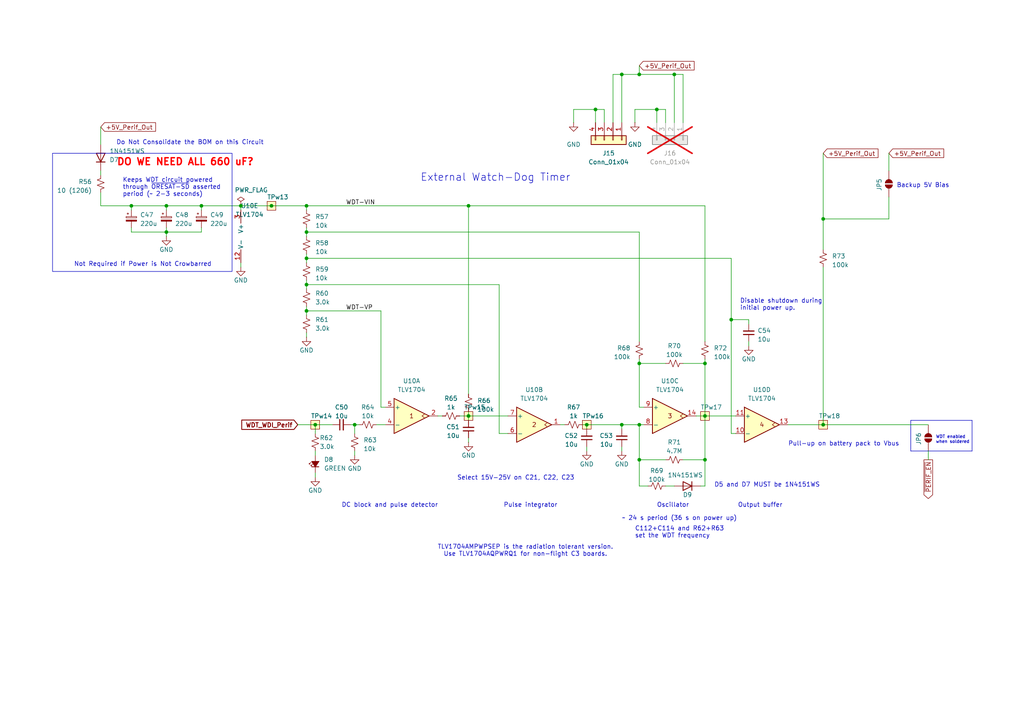
<source format=kicad_sch>
(kicad_sch (version 20250114) (generator "eeschema") (generator_version "9.0")
  (paper "A4")
  (lib_symbols
    (symbol "Connector_Generic:Conn_01x04" (pin_names (offset 1.016) (hide yes))
      (property "Reference" "J" (at 0 5.08 0))
      (property "Value" "Conn_01x04" (at 0 -7.62 0))
      (symbol "Conn_01x04_1_1"
        (rectangle (start -1.27 3.81) (end 1.27 -6.35) (stroke (width 0.254)) (fill (type background)))
        (rectangle (start -1.27 2.667) (end 0 2.413) (stroke (width 0.1524)))
        (rectangle (start -1.27 0.127) (end 0 -0.127) (stroke (width 0.1524)))
        (rectangle (start -1.27 -2.413) (end 0 -2.667) (stroke (width 0.1524)))
        (rectangle (start -1.27 -4.953) (end 0 -5.207) (stroke (width 0.1524)))
        (pin passive line (at -5.08 2.54 0) (length 3.81) (name "Pin_1") (number "1"))
        (pin passive line (at -5.08 0 0) (length 3.81) (name "Pin_2") (number "2"))
        (pin passive line (at -5.08 -2.54 0) (length 3.81) (name "Pin_3") (number "3"))
        (pin passive line (at -5.08 -5.08 0) (length 3.81) (name "Pin_4") (number "4"))
      )
    )
    (symbol "Device:C_Polarized_Small" (pin_numbers (hide yes)) (pin_names (offset 0.254) (hide yes))
      (property "Reference" "C" (at 0.254 1.778 0))
      (property "Value" "C_Polarized_Small" (at 0.254 -2.032 0))
      (symbol "C_Polarized_Small_0_1"
        (rectangle (start -1.524 0.6858) (end 1.524 0.3048))
        (rectangle (start -1.524 -0.3048) (end 1.524 -0.6858) (fill (type outline)))
        (polyline (pts (xy -1.27 1.524) (xy -0.762 1.524)))
        (polyline (pts (xy -1.016 1.27) (xy -1.016 1.778)))
      )
      (symbol "C_Polarized_Small_1_1"
        (pin passive line (at 0 2.54 270) (length 1.8542) (name "~") (number "1"))
        (pin passive line (at 0 -2.54 90) (length 1.8542) (name "~") (number "2"))
      )
    )
    (symbol "Device:C_Small" (pin_numbers (hide yes)) (pin_names (offset 0.254) (hide yes))
      (property "Reference" "C" (at 0.254 1.778 0))
      (property "Value" "C_Small" (at 0.254 -2.032 0))
      (symbol "C_Small_0_1"
        (polyline (pts (xy -1.524 0.508) (xy 1.524 0.508)) (stroke (width 0.3048)))
        (polyline (pts (xy -1.524 -0.508) (xy 1.524 -0.508)) (stroke (width 0.3302)))
      )
      (symbol "C_Small_1_1"
        (pin passive line (at 0 2.54 270) (length 2.032) (name "~") (number "1"))
        (pin passive line (at 0 -2.54 90) (length 2.032) (name "~") (number "2"))
      )
    )
    (symbol "Device:D" (pin_numbers (hide yes)) (pin_names (offset 1.016) (hide yes))
      (property "Reference" "D" (at 0 2.54 0))
      (property "Value" "D" (at 0 -2.54 0))
      (symbol "D_0_1"
        (polyline (pts (xy -1.27 1.27) (xy -1.27 -1.27)) (stroke (width 0.254)))
        (polyline (pts (xy 1.27 1.27) (xy 1.27 -1.27) (xy -1.27 0) (xy 1.27 1.27)) (stroke (width 0.254)))
        (polyline (pts (xy 1.27 0) (xy -1.27 0)))
      )
      (symbol "D_1_1"
        (pin passive line (at -3.81 0 0) (length 2.54) (name "K") (number "1"))
        (pin passive line (at 3.81 0 180) (length 2.54) (name "A") (number "2"))
      )
    )
    (symbol "Device:LED_Small_Filled" (pin_numbers (hide yes)) (pin_names (offset 0.254) (hide yes))
      (property "Reference" "D" (at -1.27 3.175 0))
      (property "Value" "LED_Small_Filled" (at -4.445 -2.54 0))
      (symbol "LED_Small_Filled_0_1"
        (polyline (pts (xy -0.762 -1.016) (xy -0.762 1.016)) (stroke (width 0.254)))
        (polyline (pts (xy 0 0.762) (xy -0.508 1.27) (xy -0.254 1.27) (xy -0.508 1.27) (xy -0.508 1.016)))
        (polyline (pts (xy 0.508 1.27) (xy 0 1.778) (xy 0.254 1.778) (xy 0 1.778) (xy 0 1.524)))
        (polyline (pts (xy 0.762 -1.016) (xy -0.762 0) (xy 0.762 1.016) (xy 0.762 -1.016)) (stroke (width 0.254)) (fill (type outline)))
        (polyline (pts (xy 1.016 0) (xy -0.762 0)))
      )
      (symbol "LED_Small_Filled_1_1"
        (pin passive line (at -2.54 0 0) (length 1.778) (name "K") (number "1"))
        (pin passive line (at 2.54 0 180) (length 1.778) (name "A") (number "2"))
      )
    )
    (symbol "Device:R_Small_US" (pin_numbers (hide yes)) (pin_names (offset 0.254) (hide yes))
      (property "Reference" "R" (at 0.762 0.508 0))
      (property "Value" "R_Small_US" (at 0.762 -1.016 0))
      (symbol "R_Small_US_1_1"
        (polyline (pts (xy 0 1.524) (xy 1.016 1.143) (xy 0 0.762) (xy -1.016 0.381) (xy 0 0)))
        (polyline (pts (xy 0 0) (xy 1.016 -0.381) (xy 0 -0.762) (xy -1.016 -1.143) (xy 0 -1.524)))
        (pin passive line (at 0 2.54 270) (length 1.016) (name "~") (number "1"))
        (pin passive line (at 0 -2.54 90) (length 1.016) (name "~") (number "2"))
      )
    )
    (symbol "Jumper:SolderJumper_2_Open" (pin_numbers (hide yes)) (pin_names (offset 0) (hide yes)) (exclude_from_sim yes) (in_bom no)
      (property "Reference" "JP" (at 0 2.032 0))
      (property "Value" "SolderJumper_2_Open" (at 0 -2.54 0))
      (symbol "SolderJumper_2_Open_0_1"
        (polyline (pts (xy -0.254 1.016) (xy -0.254 -1.016)))
        (arc (start -0.254 -1.016) (mid -1.2656 0) (end -0.254 1.016))
        (arc (start -0.254 -1.016) (mid -1.2656 0) (end -0.254 1.016) (fill (type outline)))
        (arc (start 0.254 1.016) (mid 1.2656 0) (end 0.254 -1.016))
        (arc (start 0.254 1.016) (mid 1.2656 0) (end 0.254 -1.016) (fill (type outline)))
        (polyline (pts (xy 0.254 1.016) (xy 0.254 -1.016)))
      )
      (symbol "SolderJumper_2_Open_1_1"
        (pin passive line (at -3.81 0 0) (length 2.54) (name "A") (number "1"))
        (pin passive line (at 3.81 0 180) (length 2.54) (name "B") (number "2"))
      )
    )
    (symbol "TLV1704:TLV1704AIPWR" (pin_names (offset 0.127))
      (property "Reference" "U4" (at 0 8.89 0))
      (property "Value" "TLV1704" (at 0 6.35 0))
      (symbol "TLV1704AIPWR_1_1"
        (polyline (pts (xy -5.08 5.08) (xy 5.08 0) (xy -5.08 -5.08) (xy -5.08 5.08)) (stroke (width 0.254)) (fill (type background)))
        (polyline (pts (xy 3.048 0) (xy 3.81 -0.635)))
        (polyline (pts (xy 3.81 0.635) (xy 3.048 0)))
        (text "1" (at 0 0 0) (effects (font (size 1.27 1.27))))
        (pin input line (at -7.62 2.54 0) (length 2.54) (name "+") (number "5"))
        (pin input line (at -7.62 -2.54 0) (length 2.54) (name "-") (number "4"))
        (pin open_collector line (at 7.62 0 180) (length 2.54) (name "~") (number "2"))
      )
      (symbol "TLV1704AIPWR_2_1"
        (polyline (pts (xy -5.08 5.08) (xy 5.08 0) (xy -5.08 -5.08) (xy -5.08 5.08)) (stroke (width 0.254)) (fill (type background)))
        (polyline (pts (xy 3.048 0) (xy 3.81 -0.635)))
        (polyline (pts (xy 3.81 0.635) (xy 3.048 0)))
        (text "2" (at 0 0 0) (effects (font (size 1.27 1.27))))
        (pin input line (at -7.62 2.54 0) (length 2.54) (name "+") (number "7"))
        (pin input line (at -7.62 -2.54 0) (length 2.54) (name "-") (number "6"))
        (pin open_collector line (at 7.62 0 180) (length 2.54) (name "~") (number "1"))
      )
      (symbol "TLV1704AIPWR_3_1"
        (polyline (pts (xy -5.08 5.08) (xy 5.08 0) (xy -5.08 -5.08) (xy -5.08 5.08)) (stroke (width 0.254)) (fill (type background)))
        (polyline (pts (xy 3.048 0) (xy 3.81 -0.635)))
        (polyline (pts (xy 3.81 0.635) (xy 3.048 0)))
        (text "3" (at 0 0 0) (effects (font (size 1.27 1.27))))
        (pin input line (at -7.62 2.54 0) (length 2.54) (name "+") (number "9"))
        (pin input line (at -7.62 -2.54 0) (length 2.54) (name "-") (number "8"))
        (pin open_collector line (at 7.62 0 180) (length 2.54) (name "~") (number "14"))
      )
      (symbol "TLV1704AIPWR_4_1"
        (polyline (pts (xy -5.08 5.08) (xy 5.08 0) (xy -5.08 -5.08) (xy -5.08 5.08)) (stroke (width 0.254)) (fill (type background)))
        (polyline (pts (xy 3.048 0) (xy 3.81 -0.635)))
        (polyline (pts (xy 3.81 0.635) (xy 3.048 0)))
        (text "4" (at 0 0 0) (effects (font (size 1.27 1.27))))
        (pin input line (at -7.62 2.54 0) (length 2.54) (name "+") (number "11"))
        (pin input line (at -7.62 -2.54 0) (length 2.54) (name "-") (number "10"))
        (pin open_collector line (at 7.62 0 180) (length 2.54) (name "~") (number "13"))
      )
      (symbol "TLV1704AIPWR_5_1"
        (pin power_in line (at -2.54 7.62 270) (length 3.81) (name "V+") (number "3"))
        (pin power_in line (at -2.54 -7.62 90) (length 3.81) (name "V-") (number "12"))
      )
    )
    (symbol "TestPointWD:Test-Point-0.75mm-th" (exclude_from_sim yes) (in_bom no)
      (property "Reference" "TPw" (at -1.27 2.54 0))
      (symbol "Test-Point-0.75mm-th_1_0"
        (pin passive line (at 0 0 0) (length 0) (name "1") (number "1"))
      )
      (symbol "Test-Point-0.75mm-th_1_1"
        (rectangle (start -1.27 1.27) (end 1.27 -1.27) (fill (type background)))
      )
    )
    (symbol "power:GND" (power) (pin_numbers (hide yes)) (pin_names (offset 0) (hide yes))
      (property "Value" "GND" (at 0 -3.81 0))
      (symbol "GND_0_1"
        (polyline (pts (xy 0 0) (xy 0 -1.27) (xy 1.27 -1.27) (xy 0 -2.54) (xy -1.27 -1.27) (xy 0 -1.27)))
      )
      (symbol "GND_1_1"
        (pin power_in line (at 0 0 270) (length 0) (name "~") (number "1"))
      )
    )
    (symbol "power:PWR_FLAG" (power) (pin_numbers (hide yes)) (pin_names (offset 0) (hide yes))
      (property "Value" "PWR_FLAG" (at 0 3.81 0))
      (symbol "PWR_FLAG_0_0"
        (pin power_out line (at 0 0 90) (length 0) (name "~") (number "1"))
      )
      (symbol "PWR_FLAG_0_1"
        (polyline (pts (xy 0 0) (xy 0 1.27) (xy -1.016 1.905) (xy 0 2.54) (xy 1.016 1.905) (xy 0 1.27)))
      )
    )
  )
  (rectangle (start 15.24 44.45) (end 67.31 78.74))
  (text "TLV1704AMPWPSEP is the radiation tolerant version.\nUse TLV1704AQPWRQ1 for non-flight C3 boards." (at 152.4 159.766 0) (effects (font (size 1.27 1.27))))
  (text "Keeps WDT circuit powered\nthrough ~{ORESAT-SD} asserted\nperiod (~ 2-3 seconds)" (at 35.56 57.15 0) (effects (font (size 1.27 1.27)) (justify left bottom)))
  (text "Backup 5V Bias" (at 267.716 53.848 0) (effects (font (size 1.27 1.27))))
  (text "Pull-up on battery pack to Vbus" (at 228.6 129.54 0) (effects (font (size 1.27 1.27)) (justify left bottom)))
  (text "Oscillator" (at 190.5 147.32 0) (effects (font (size 1.27 1.27)) (justify left bottom)))
  (text "External Watch-Dog Timer" (at 121.92 52.832 0) (effects (font (size 2.159 2.159)) (justify left bottom)))
  (text "Disable shutdown during\ninitial power up." (at 214.63 90.17 0) (effects (font (size 1.27 1.27)) (justify left bottom)))
  (text "Not Required if Power is Not Crowbarred " (at 41.91 76.708 0) (effects (font (size 1.27 1.27))))
  (text "Pulse integrator" (at 146.05 147.32 0) (effects (font (size 1.27 1.27)) (justify left bottom)))
  (text "C112+C114 and R62+R63 \nset the WDT frequency" (at 184.15 156.21 0) (effects (font (size 1.27 1.27)) (justify left bottom)))
  (text "DO WE NEED ALL 660 uF?" (at 33.782 48.26 0) (effects (font (size 2 2) (thickness 0.4) (bold yes)) (justify left bottom)))
  (text "~ 24 s period (36 s on power up)" (at 180.34 151.13 0) (effects (font (size 1.27 1.27)) (justify left bottom)))
  (text "D5 and D7 MUST be 1N4151WS" (at 222.504 140.716 0) (effects (font (size 1.27 1.27))))
  (text "Do Not Consolidate the BOM on this Circuit" (at 55.118 41.402 0) (effects (font (size 1.27 1.27))))
  (text "Select 15V-25V on C21, C22, C23" (at 149.606 138.684 0) (effects (font (size 1.27 1.27))))
  (text "Output buffer" (at 213.995 147.32 0) (effects (font (size 1.27 1.27)) (justify left bottom)))
  (text "WDT enabled\nwhen soldered" (at 271.399 128.778 0) (effects (font (size 0.889 0.889)) (justify left bottom)))
  (text "DC block and pulse detector" (at 99.06 147.32 0) (effects (font (size 1.27 1.27)) (justify left bottom)))
  (junction (at 238.76 63.5))
  (junction (at 102.87 123.19))
  (junction (at 180.34 21.59))
  (junction (at 204.47 120.65))
  (junction (at 88.9 74.93))
  (junction (at 204.47 105.41))
  (junction (at 88.9 90.17))
  (junction (at 204.47 133.35))
  (junction (at 185.42 105.41))
  (junction (at 185.42 133.35))
  (junction (at 58.42 59.69))
  (junction (at 180.34 123.19))
  (junction (at 172.72 31.75))
  (junction (at 135.89 59.69))
  (junction (at 48.26 59.69))
  (junction (at 195.58 21.59))
  (junction (at 38.1 59.69))
  (junction (at 185.42 123.19))
  (junction (at 88.9 59.69))
  (junction (at 91.44 123.19))
  (junction (at 69.85 59.69))
  (junction (at 78.74 59.69))
  (junction (at 170.18 123.19))
  (junction (at 212.09 92.71))
  (junction (at 48.26 67.31))
  (junction (at 190.5 31.75))
  (junction (at 185.42 21.59))
  (junction (at 135.89 120.65))
  (junction (at 88.9 67.31))
  (junction (at 238.76 123.19))
  (junction (at 88.9 82.55))
  (wire (pts (xy 58.42 66.04) (xy 58.42 67.31)))
  (wire (pts (xy 88.9 82.55) (xy 88.9 83.82)))
  (wire (pts (xy 257.81 44.45) (xy 257.81 49.53)))
  (wire (pts (xy 58.42 59.69) (xy 69.85 59.69)))
  (wire (pts (xy 88.9 90.17) (xy 88.9 91.44)))
  (wire (pts (xy 48.26 67.31) (xy 48.26 68.58)))
  (wire (pts (xy 217.17 100.33) (xy 217.17 99.06)))
  (wire (pts (xy 172.72 31.75) (xy 166.37 31.75)))
  (wire (pts (xy 180.34 123.19) (xy 185.42 123.19)))
  (wire (pts (xy 69.85 77.47) (xy 69.85 76.2)))
  (wire (pts (xy 180.34 21.59) (xy 185.42 21.59)))
  (wire (pts (xy 88.9 90.17) (xy 110.49 90.17)))
  (wire (pts (xy 135.89 120.65) (xy 147.32 120.65)))
  (wire (pts (xy 204.47 140.97) (xy 204.47 133.35)))
  (wire (pts (xy 88.9 82.55) (xy 144.78 82.55)))
  (wire (pts (xy 110.49 90.17) (xy 110.49 118.11)))
  (wire (pts (xy 162.56 123.19) (xy 163.83 123.19)))
  (wire (pts (xy 88.9 67.31) (xy 185.42 67.31)))
  (wire (pts (xy 184.15 31.75) (xy 184.15 35.56)))
  (wire (pts (xy 212.09 92.71) (xy 217.17 92.71)))
  (wire (pts (xy 48.26 67.31) (xy 58.42 67.31)))
  (wire (pts (xy 88.9 81.28) (xy 88.9 82.55)))
  (wire (pts (xy 177.8 21.59) (xy 180.34 21.59)))
  (wire (pts (xy 238.76 44.45) (xy 238.76 63.5)))
  (wire (pts (xy 190.5 35.56) (xy 190.5 31.75)))
  (wire (pts (xy 29.21 49.53) (xy 29.21 50.8)))
  (wire (pts (xy 212.09 92.71) (xy 212.09 125.73)))
  (wire (pts (xy 86.36 123.19) (xy 91.44 123.19)))
  (wire (pts (xy 204.47 104.14) (xy 204.47 105.41)))
  (wire (pts (xy 238.76 123.19) (xy 269.24 123.19)))
  (wire (pts (xy 217.17 93.98) (xy 217.17 92.71)))
  (wire (pts (xy 201.93 120.65) (xy 204.47 120.65)))
  (wire (pts (xy 38.1 59.69) (xy 48.26 59.69)))
  (wire (pts (xy 177.8 35.56) (xy 177.8 21.59)))
  (wire (pts (xy 102.87 130.81) (xy 102.87 132.08)))
  (wire (pts (xy 204.47 105.41) (xy 204.47 120.65)))
  (wire (pts (xy 133.35 120.65) (xy 135.89 120.65)))
  (wire (pts (xy 190.5 31.75) (xy 184.15 31.75)))
  (wire (pts (xy 175.26 31.75) (xy 175.26 35.56)))
  (wire (pts (xy 185.42 140.97) (xy 187.96 140.97)))
  (wire (pts (xy 198.12 35.56) (xy 198.12 21.59)))
  (wire (pts (xy 29.21 59.69) (xy 38.1 59.69)))
  (wire (pts (xy 269.24 130.81) (xy 269.24 133.35)))
  (wire (pts (xy 238.76 63.5) (xy 238.76 72.39)))
  (wire (pts (xy 88.9 88.9) (xy 88.9 90.17)))
  (wire (pts (xy 228.6 123.19) (xy 238.76 123.19)))
  (wire (pts (xy 185.42 104.14) (xy 185.42 105.41)))
  (wire (pts (xy 172.72 35.56) (xy 172.72 31.75)))
  (wire (pts (xy 204.47 120.65) (xy 213.36 120.65)))
  (wire (pts (xy 185.42 140.97) (xy 185.42 133.35)))
  (wire (pts (xy 135.89 128.27) (xy 135.89 127)))
  (wire (pts (xy 88.9 73.66) (xy 88.9 74.93)))
  (wire (pts (xy 91.44 125.73) (xy 91.44 123.19)))
  (wire (pts (xy 193.04 140.97) (xy 195.58 140.97)))
  (wire (pts (xy 257.81 63.5) (xy 238.76 63.5)))
  (wire (pts (xy 170.18 123.19) (xy 180.34 123.19)))
  (wire (pts (xy 203.2 140.97) (xy 204.47 140.97)))
  (wire (pts (xy 185.42 99.06) (xy 185.42 67.31)))
  (wire (pts (xy 91.44 130.81) (xy 91.44 132.08)))
  (polyline (pts (xy 264.16 121.92) (xy 281.94 121.92)))
  (polyline (pts (xy 264.16 130.81) (xy 264.16 121.92)))
  (wire (pts (xy 193.04 31.75) (xy 193.04 35.56)))
  (wire (pts (xy 185.42 118.11) (xy 185.42 105.41)))
  (wire (pts (xy 58.42 60.96) (xy 58.42 59.69)))
  (wire (pts (xy 193.04 133.35) (xy 185.42 133.35)))
  (wire (pts (xy 69.85 59.69) (xy 78.74 59.69)))
  (wire (pts (xy 135.89 59.69) (xy 135.89 114.3)))
  (wire (pts (xy 135.89 120.65) (xy 135.89 121.92)))
  (wire (pts (xy 102.87 123.19) (xy 102.87 125.73)))
  (wire (pts (xy 257.81 57.15) (xy 257.81 63.5)))
  (wire (pts (xy 135.89 120.65) (xy 135.89 119.38)))
  (wire (pts (xy 212.09 74.93) (xy 212.09 92.71)))
  (wire (pts (xy 48.26 66.04) (xy 48.26 67.31)))
  (wire (pts (xy 198.12 133.35) (xy 204.47 133.35)))
  (wire (pts (xy 88.9 74.93) (xy 212.09 74.93)))
  (wire (pts (xy 69.85 60.96) (xy 69.85 59.69)))
  (wire (pts (xy 78.74 59.69) (xy 88.9 59.69)))
  (wire (pts (xy 88.9 67.31) (xy 88.9 68.58)))
  (wire (pts (xy 238.76 77.47) (xy 238.76 123.19)))
  (wire (pts (xy 88.9 96.52) (xy 88.9 97.79)))
  (wire (pts (xy 135.89 59.69) (xy 88.9 59.69)))
  (wire (pts (xy 29.21 36.83) (xy 29.21 41.91)))
  (wire (pts (xy 170.18 123.19) (xy 170.18 124.46)))
  (wire (pts (xy 198.12 105.41) (xy 204.47 105.41)))
  (wire (pts (xy 180.34 124.46) (xy 180.34 123.19)))
  (wire (pts (xy 135.89 59.69) (xy 204.47 59.69)))
  (polyline (pts (xy 281.94 121.92) (xy 281.94 130.81)))
  (wire (pts (xy 88.9 60.96) (xy 88.9 59.69)))
  (wire (pts (xy 48.26 67.31) (xy 38.1 67.31)))
  (wire (pts (xy 91.44 138.43) (xy 91.44 137.16)))
  (wire (pts (xy 185.42 133.35) (xy 185.42 123.19)))
  (wire (pts (xy 88.9 74.93) (xy 88.9 76.2)))
  (wire (pts (xy 144.78 125.73) (xy 147.32 125.73)))
  (wire (pts (xy 180.34 130.81) (xy 180.34 129.54)))
  (wire (pts (xy 144.78 82.55) (xy 144.78 125.73)))
  (wire (pts (xy 185.42 105.41) (xy 193.04 105.41)))
  (wire (pts (xy 48.26 59.69) (xy 58.42 59.69)))
  (wire (pts (xy 48.26 59.69) (xy 48.26 60.96)))
  (wire (pts (xy 166.37 31.75) (xy 166.37 35.56)))
  (wire (pts (xy 127 120.65) (xy 128.27 120.65)))
  (wire (pts (xy 168.91 123.19) (xy 170.18 123.19)))
  (wire (pts (xy 195.58 21.59) (xy 185.42 21.59)))
  (wire (pts (xy 29.21 55.88) (xy 29.21 59.69)))
  (wire (pts (xy 190.5 31.75) (xy 193.04 31.75)))
  (wire (pts (xy 172.72 31.75) (xy 175.26 31.75)))
  (wire (pts (xy 170.18 130.81) (xy 170.18 129.54)))
  (wire (pts (xy 186.69 118.11) (xy 185.42 118.11)))
  (wire (pts (xy 198.12 21.59) (xy 195.58 21.59)))
  (wire (pts (xy 101.6 123.19) (xy 102.87 123.19)))
  (wire (pts (xy 102.87 123.19) (xy 104.14 123.19)))
  (wire (pts (xy 204.47 99.06) (xy 204.47 59.69)))
  (wire (pts (xy 195.58 35.56) (xy 195.58 21.59)))
  (wire (pts (xy 38.1 59.69) (xy 38.1 60.96)))
  (wire (pts (xy 185.42 21.59) (xy 185.42 19.05)))
  (wire (pts (xy 212.09 125.73) (xy 213.36 125.73)))
  (wire (pts (xy 204.47 133.35) (xy 204.47 120.65)))
  (wire (pts (xy 180.34 21.59) (xy 180.34 35.56)))
  (wire (pts (xy 88.9 66.04) (xy 88.9 67.31)))
  (polyline (pts (xy 281.94 130.81) (xy 264.16 130.81)))
  (wire (pts (xy 38.1 66.04) (xy 38.1 67.31)))
  (wire (pts (xy 185.42 123.19) (xy 186.69 123.19)))
  (wire (pts (xy 91.44 123.19) (xy 96.52 123.19)))
  (wire (pts (xy 110.49 118.11) (xy 111.76 118.11)))
  (wire (pts (xy 109.22 123.19) (xy 111.76 123.19)))
  (label "WDT-VP" (at 100.33 90.17 0))
  (label "WDT-VIN" (at 100.33 59.69 0))
  (global_label "+5V_Perif_Out" (shape input) (at 185.42 19.05 0) (property "Intersheetrefs" "${INTERSHEET_REFS}" (effects (hide yes))))
  (global_label "+5V_Perif_Out" (shape input) (at 257.81 44.45 0) (property "Intersheetrefs" "${INTERSHEET_REFS}" (effects (hide yes))))
  (global_label "+5V_Perif_Out" (shape input) (at 238.76 44.45 0) (property "Intersheetrefs" "${INTERSHEET_REFS}" (effects (hide yes))))
  (global_label "WDT_WDI_Perif" (shape input) (at 86.36 123.19 180) (effects (font (thickness 0.254) (bold yes))) (property "Intersheetrefs" "${INTERSHEET_REFS}" (effects (hide yes))))
  (global_label "+5V_Perif_Out" (shape input) (at 29.21 36.83 0) (property "Intersheetrefs" "${INTERSHEET_REFS}" (effects (hide yes))))
  (global_label "~{PERIF_EN}" (shape output) (at 269.24 133.35 270) (property "Intersheetrefs" "${INTERSHEET_REFS}" (effects (hide yes))))
  (symbol (lib_id "Device:D") (at 199.39 140.97 180) (unit 1)
    (property "Reference" "D9" (at 199.39 143.51 0))
    (property "Value" "1N4151WS" (at 198.755 137.795 0))
    (property "Footprint" "Diode_SMD:D_SOD-323" (effects (hide yes)))
    (property "Description" "Diode" (effects (hide yes)))
    (property "DPN" "112-1N4151WS-E3-08CT-ND" (effects (hide yes)))
    (property "DST" "Digi-Key" (effects (hide yes)))
    (property "MFR" "Vishay" (effects (hide yes)))
    (property "MPN" "1N4151WS-E3-08" (effects (hide yes)))
    (property "Sim.Device" "D" (effects (hide yes)))
    (property "Sim.Pins" "1=K 2=A" (effects (hide yes)))
  )
  (symbol (lib_id "power:PWR_FLAG") (at 69.85 59.69 0) (unit 1)
    (property "Reference" "#FLG011" (effects (hide yes)))
    (property "Value" "PWR_FLAG" (at 72.898 55.118 0))
    (property "Description" "Special symbol for telling ERC where power comes from" (effects (hide yes)))
  )
  (symbol (lib_id "Device:R_Small_US") (at 166.37 123.19 90) (unit 1)
    (property "Reference" "R67" (at 166.37 118.11 90))
    (property "Value" "1k" (at 166.37 120.65 90))
    (property "Footprint" "Resistor_SMD:R_0603_1608Metric" (effects (hide yes)))
    (property "Description" "Resistor, small US symbol" (effects (hide yes)))
    (property "DPN" "RMCF0603FT1K00CT-ND" (effects (hide yes)))
    (property "DST" "Digi-Key" (effects (hide yes)))
    (property "MFR" "Stackpole Electronics Inc" (effects (hide yes)))
    (property "MPN" "RMCF0603FT1K00" (effects (hide yes)))
  )
  (symbol (lib_id "power:GND") (at 180.34 130.81 0) (mirror y) (unit 1)
    (property "Reference" "#PWR068" (effects (hide yes)))
    (property "Value" "GND" (at 180.34 134.62 0))
    (property "Description" "Power symbol creates a global label with name \"GND\" , ground" (effects (hide yes)))
  )
  (symbol (lib_id "Device:R_Small_US") (at 91.44 128.27 0) (unit 1)
    (property "Reference" "R62" (at 92.71 127 0) (effects (justify left)))
    (property "Value" "3.0k" (at 92.71 129.54 0) (effects (justify left)))
    (property "Footprint" "Resistor_SMD:R_0603_1608Metric" (effects (hide yes)))
    (property "Description" "Resistor, small US symbol" (effects (hide yes)))
    (property "DPN" "RMCF0603FT3K00CT-ND" (effects (hide yes)))
    (property "DST" "Digi-Key" (effects (hide yes)))
    (property "MFR" "Stackpole Electronics Inc" (effects (hide yes)))
    (property "MPN" "RMCF0603FT3K00" (effects (hide yes)))
  )
  (symbol (lib_id "Device:C_Polarized_Small") (at 38.1 63.5 0) (unit 1)
    (property "Reference" "C47" (at 40.64 62.3189 0) (effects (justify left)))
    (property "Value" "220u" (at 40.64 64.8589 0) (effects (justify left)))
    (property "Footprint" "Capacitor_Tantalum_SMD:CP_EIA-7361-38_AVX-V" (effects (hide yes)))
    (property "Description" "Polarized capacitor, small symbol" (effects (hide yes)))
    (property "DPN" "478-12518-2-ND" (effects (hide yes)))
    (property "DST" "Digi-Key" (effects (hide yes)))
    (property "MFR" "Kyocera AVX" (effects (hide yes)))
    (property "MPN" "TCN4227M025R0100" (effects (hide yes)))
  )
  (symbol (lib_id "Device:R_Small_US") (at 195.58 105.41 90) (unit 1)
    (property "Reference" "R70" (at 195.58 100.33 90))
    (property "Value" "100k" (at 195.58 102.87 90))
    (property "Footprint" "Resistor_SMD:R_0603_1608Metric" (effects (hide yes)))
    (property "Description" "Resistor, small US symbol" (effects (hide yes)))
    (property "DPN" "RMCF0603FT100KCT-ND" (effects (hide yes)))
    (property "DST" "Digi-Key" (effects (hide yes)))
    (property "MFR" "Stackpole Electronics Inc" (effects (hide yes)))
    (property "MPN" "RMCF0603FT100K" (effects (hide yes)))
  )
  (symbol (lib_id "Connector_Generic:Conn_01x04") (at 177.8 40.64 270) (unit 1)
    (property "Reference" "J15" (at 176.53 44.45 90))
    (property "Value" "Conn_01x04" (at 176.53 46.99 90))
    (property "Footprint" "Connector_PinSocket_2.54mm:PinSocket_1x04_P2.54mm_Vertical" (effects (hide yes)))
    (property "Description" "Generic connector, single row, 01x04, script generated (kicad-library-utils/schlib/autogen/connector/)" (effects (hide yes)))
  )
  (symbol (lib_id "TLV1704:TLV1704AIPWR") (at 220.98 123.19 0) (unit 4)
    (property "Reference" "U10" (at 220.98 113.03 0))
    (property "Value" "TLV1704" (at 220.98 115.57 0))
    (property "Footprint" "Package_SO:TSSOP-14_4.4x5mm_P0.65mm" (effects (hide yes)))
    (property "Datasheet" "https://www.ti.com/lit/ds/symlink/tlv1704-sep.pdf" (effects (hide yes)))
    (property "Description" "Analog Comparators 2.2-V to 36-V, radiation tolerant microPower quad comparator in space enhanced plastic 14-TSSOP -55 to 125" (effects (hide yes)))
    (property "MFR" "Texas Instruments" (effects (hide yes)))
    (property "MPN" "TLV1704AQPWRQ1" (effects (hide yes)))
    (property "DST" "Digi-Key" (effects (hide yes)))
    (property "DPN" "296-43799-2-ND" (effects (hide yes)))
  )
  (symbol (lib_id "Connector_Generic:Conn_01x04") (at 195.58 40.64 270) (unit 1) (on_board no) (dnp yes)
    (property "Reference" "J16" (at 194.31 44.45 90))
    (property "Value" "Conn_01x04" (at 194.31 46.99 90))
    (property "Footprint" "Connector_PinSocket_2.54mm:PinSocket_1x04_P2.54mm_Vertical" (effects (hide yes)))
    (property "Description" "Generic connector, single row, 01x04, script generated (kicad-library-utils/schlib/autogen/connector/)" (effects (hide yes)))
  )
  (symbol (lib_id "Device:R_Small_US") (at 130.81 120.65 90) (unit 1)
    (property "Reference" "R65" (at 130.81 115.57 90))
    (property "Value" "1k" (at 130.81 118.11 90))
    (property "Footprint" "Resistor_SMD:R_0603_1608Metric" (effects (hide yes)))
    (property "Description" "Resistor, small US symbol" (effects (hide yes)))
    (property "DPN" "RMCF0603FT1K00CT-ND" (effects (hide yes)))
    (property "DST" "Digi-Key" (effects (hide yes)))
    (property "MFR" "Stackpole Electronics Inc" (effects (hide yes)))
    (property "MPN" "RMCF0603FT1K00" (effects (hide yes)))
  )
  (symbol (lib_id "Device:C_Small") (at 217.17 96.52 180) (unit 1)
    (property "Reference" "C54" (at 219.71 95.8786 0) (effects (justify right)))
    (property "Value" "10u" (at 219.71 98.4186 0) (effects (justify right)))
    (property "Footprint" "Capacitor_SMD:C_1210_3225Metric" (effects (hide yes)))
    (property "Description" "Unpolarized capacitor, small symbol" (effects (hide yes)))
    (property "DPN" "490-12317-1-ND" (effects (hide yes)))
    (property "DST" "Digi-Key" (effects (hide yes)))
    (property "MFR" "Murata" (effects (hide yes)))
    (property "MPN" "GRT188R61C106KE13D" (effects (hide yes)))
  )
  (symbol (lib_id "Device:C_Small") (at 170.18 127 0) (mirror x) (unit 1)
    (property "Reference" "C52" (at 167.64 126.3586 0) (effects (justify right)))
    (property "Value" "10u" (at 167.64 128.8986 0) (effects (justify right)))
    (property "Footprint" "Capacitor_SMD:C_1210_3225Metric" (effects (hide yes)))
    (property "Description" "Unpolarized capacitor, small symbol" (effects (hide yes)))
    (property "DPN" "490-12317-1-ND" (effects (hide yes)))
    (property "DST" "Digi-Key" (effects (hide yes)))
    (property "MFR" "Murata" (effects (hide yes)))
    (property "MPN" "GRT188R61C106KE13D" (effects (hide yes)))
  )
  (symbol (lib_id "Device:R_Small_US") (at 88.9 71.12 0) (unit 1)
    (property "Reference" "R58" (at 91.44 70.485 0) (effects (justify left)))
    (property "Value" "10k" (at 91.44 73.025 0) (effects (justify left)))
    (property "Footprint" "Resistor_SMD:R_0603_1608Metric" (effects (hide yes)))
    (property "Description" "Resistor, small US symbol" (effects (hide yes)))
    (property "DPN" "RMCF0603FT10K0CT-ND" (effects (hide yes)))
    (property "DST" "Digi-Key" (effects (hide yes)))
    (property "MFR" "Stackpole Electronics Inc" (effects (hide yes)))
    (property "MPN" "RMCF0603FT10K0" (effects (hide yes)))
  )
  (symbol (lib_id "power:GND") (at 135.89 128.27 0) (unit 1)
    (property "Reference" "#PWR065" (effects (hide yes)))
    (property "Value" "GND" (at 135.89 132.08 0))
    (property "Description" "Power symbol creates a global label with name \"GND\" , ground" (effects (hide yes)))
  )
  (symbol (lib_id "Device:R_Small_US") (at 29.21 53.34 0) (mirror y) (unit 1)
    (property "Reference" "R56" (at 26.67 52.705 0) (effects (justify left)))
    (property "Value" "10 (1206)" (at 26.67 55.245 0) (effects (justify left)))
    (property "Footprint" "Resistor_SMD:R_1206_3216Metric" (effects (hide yes)))
    (property "Description" "Resistor, small US symbol" (effects (hide yes)))
    (property "DPN" "RHM10.0AFCT-ND" (effects (hide yes)))
    (property "DST" "Digi-Key" (effects (hide yes)))
    (property "MFR" "Rohm Semiconductor" (effects (hide yes)))
    (property "MPN" "ESR18EZPF10R0" (effects (hide yes)))
  )
  (symbol (lib_id "Device:C_Small") (at 180.34 127 0) (mirror x) (unit 1)
    (property "Reference" "C53" (at 177.8 126.3586 0) (effects (justify right)))
    (property "Value" "10u" (at 177.8 128.8986 0) (effects (justify right)))
    (property "Footprint" "Capacitor_SMD:C_1210_3225Metric" (effects (hide yes)))
    (property "Description" "Unpolarized capacitor, small symbol" (effects (hide yes)))
    (property "DPN" "490-12317-1-ND" (effects (hide yes)))
    (property "DST" "Digi-Key" (effects (hide yes)))
    (property "MFR" "Murata" (effects (hide yes)))
    (property "MPN" "GRT188R61C106KE13D" (effects (hide yes)))
  )
  (symbol (lib_id "TestPointWD:Test-Point-0.75mm-th") (at 135.89 120.65 0) (unit 1) (exclude_from_sim yes) (in_bom no)
    (property "Reference" "TPw15" (at 134.62 118.11 0) (effects (justify left)))
    (property "Value" "TestPoint-MinTH" (effects (hide yes)))
    (property "Footprint" "TestPoint:TestPoint_Pad_1.0x1.0mm" (effects (hide yes)))
    (property "Description" "0.75 mm TH test point; good for scope probes and jumpers" (effects (hide yes)))
  )
  (symbol (lib_id "Jumper:SolderJumper_2_Open") (at 269.24 127 270) (unit 1)
    (property "Reference" "JP6" (at 266.446 127.254 0))
    (property "Value" "SolderJumper_2_Open" (effects (hide yes)))
    (property "Footprint" "Jumper:SolderJumper-2_P1.3mm_Open_RoundedPad1.0x1.5mm" (effects (hide yes)))
    (property "Description" "Solder Jumper, 2-pole, open" (effects (hide yes)))
  )
  (symbol (lib_id "TestPointWD:Test-Point-0.75mm-th") (at 238.76 123.19 0) (unit 1) (exclude_from_sim yes) (in_bom no)
    (property "Reference" "TPw18" (at 237.49 120.65 0) (effects (justify left)))
    (property "Value" "TestPoint-MinTH" (effects (hide yes)))
    (property "Footprint" "TestPoint:TestPoint_Pad_1.0x1.0mm" (effects (hide yes)))
    (property "Description" "0.75 mm TH test point; good for scope probes and jumpers" (effects (hide yes)))
  )
  (symbol (lib_id "TestPointWD:Test-Point-0.75mm-th") (at 78.74 59.69 0) (unit 1) (exclude_from_sim yes) (in_bom no)
    (property "Reference" "TPw13" (at 77.47 57.15 0) (effects (justify left)))
    (property "Value" "TestPoint-MinTH" (effects (hide yes)))
    (property "Footprint" "TestPoint:TestPoint_Pad_1.0x1.0mm" (effects (hide yes)))
    (property "Description" "0.75 mm TH test point; good for scope probes and jumpers" (effects (hide yes)))
  )
  (symbol (lib_id "Device:R_Small_US") (at 204.47 101.6 180) (unit 1)
    (property "Reference" "R72" (at 207.01 100.965 0) (effects (justify right)))
    (property "Value" "100k" (at 207.01 103.505 0) (effects (justify right)))
    (property "Footprint" "Resistor_SMD:R_0603_1608Metric" (effects (hide yes)))
    (property "Description" "Resistor, small US symbol" (effects (hide yes)))
    (property "DPN" "RMCF0603FT100KCT-ND" (effects (hide yes)))
    (property "DST" "Digi-Key" (effects (hide yes)))
    (property "MFR" "Stackpole Electronics Inc" (effects (hide yes)))
    (property "MPN" "RMCF0603FT100K" (effects (hide yes)))
  )
  (symbol (lib_id "power:GND") (at 217.17 100.33 0) (mirror y) (unit 1)
    (property "Reference" "#PWR070" (effects (hide yes)))
    (property "Value" "GND" (at 217.17 104.14 0))
    (property "Description" "Power symbol creates a global label with name \"GND\" , ground" (effects (hide yes)))
  )
  (symbol (lib_id "Device:R_Small_US") (at 102.87 128.27 0) (unit 1)
    (property "Reference" "R63" (at 105.41 127.635 0) (effects (justify left)))
    (property "Value" "10k" (at 105.41 130.175 0) (effects (justify left)))
    (property "Footprint" "Resistor_SMD:R_0603_1608Metric" (effects (hide yes)))
    (property "Description" "Resistor, small US symbol" (effects (hide yes)))
    (property "DPN" "RMCF0603FT10K0CT-ND" (effects (hide yes)))
    (property "DST" "Digi-Key" (effects (hide yes)))
    (property "MFR" "Stackpole Electronics Inc" (effects (hide yes)))
    (property "MPN" "RMCF0603FT10K0" (effects (hide yes)))
  )
  (symbol (lib_id "TestPointWD:Test-Point-0.75mm-th") (at 170.18 123.19 0) (unit 1) (exclude_from_sim yes) (in_bom no)
    (property "Reference" "TPw16" (at 168.91 120.65 0) (effects (justify left)))
    (property "Value" "TestPoint-MinTH" (effects (hide yes)))
    (property "Footprint" "TestPoint:TestPoint_Pad_1.0x1.0mm" (effects (hide yes)))
    (property "Description" "0.75 mm TH test point; good for scope probes and jumpers" (effects (hide yes)))
  )
  (symbol (lib_id "TLV1704:TLV1704AIPWR") (at 154.94 123.19 0) (unit 2)
    (property "Reference" "U10" (at 154.94 113.03 0))
    (property "Value" "TLV1704" (at 154.94 115.57 0))
    (property "Footprint" "Package_SO:TSSOP-14_4.4x5mm_P0.65mm" (effects (hide yes)))
    (property "Datasheet" "https://www.ti.com/lit/ds/symlink/tlv1704-sep.pdf" (effects (hide yes)))
    (property "Description" "Analog Comparators 2.2-V to 36-V, radiation tolerant microPower quad comparator in space enhanced plastic 14-TSSOP -55 to 125" (effects (hide yes)))
    (property "MFR" "Texas Instruments" (effects (hide yes)))
    (property "MPN" "TLV1704AQPWRQ1" (effects (hide yes)))
    (property "DST" "Digi-Key" (effects (hide yes)))
    (property "DPN" "296-43799-2-ND" (effects (hide yes)))
  )
  (symbol (lib_id "power:GND") (at 48.26 68.58 0) (unit 1)
    (property "Reference" "#PWR060" (effects (hide yes)))
    (property "Value" "GND" (at 48.26 72.39 0))
    (property "Description" "Power symbol creates a global label with name \"GND\" , ground" (effects (hide yes)))
  )
  (symbol (lib_id "Device:R_Small_US") (at 106.68 123.19 90) (unit 1)
    (property "Reference" "R64" (at 106.68 118.11 90))
    (property "Value" "10k" (at 106.68 120.65 90))
    (property "Footprint" "Resistor_SMD:R_0603_1608Metric" (effects (hide yes)))
    (property "Description" "Resistor, small US symbol" (effects (hide yes)))
    (property "DPN" "RMCF0603FT10K0CT-ND" (effects (hide yes)))
    (property "DST" "Digi-Key" (effects (hide yes)))
    (property "MFR" "Stackpole Electronics Inc" (effects (hide yes)))
    (property "MPN" "RMCF0603FT10K0" (effects (hide yes)))
  )
  (symbol (lib_id "TestPointWD:Test-Point-0.75mm-th") (at 204.47 120.65 0) (unit 1) (exclude_from_sim yes) (in_bom no)
    (property "Reference" "TPw17" (at 203.2 118.11 0) (effects (justify left)))
    (property "Value" "TestPoint-MinTH" (effects (hide yes)))
    (property "Footprint" "TestPoint:TestPoint_Pad_1.0x1.0mm" (effects (hide yes)))
    (property "Description" "0.75 mm TH test point; good for scope probes and jumpers" (effects (hide yes)))
  )
  (symbol (lib_id "power:GND") (at 102.87 132.08 0) (unit 1)
    (property "Reference" "#PWR064" (effects (hide yes)))
    (property "Value" "GND" (at 102.87 135.89 0))
    (property "Description" "Power symbol creates a global label with name \"GND\" , ground" (effects (hide yes)))
  )
  (symbol (lib_id "power:GND") (at 88.9 97.79 0) (unit 1)
    (property "Reference" "#PWR062" (effects (hide yes)))
    (property "Value" "GND" (at 88.9 101.6 0))
    (property "Description" "Power symbol creates a global label with name \"GND\" , ground" (effects (hide yes)))
  )
  (symbol (lib_id "power:GND") (at 166.37 35.56 0) (unit 1)
    (property "Reference" "#PWR066" (effects (hide yes)))
    (property "Value" "GND" (at 166.37 41.91 0))
    (property "Description" "Power symbol creates a global label with name \"GND\" , ground" (effects (hide yes)))
  )
  (symbol (lib_id "Device:C_Small") (at 135.89 124.46 0) (mirror x) (unit 1)
    (property "Reference" "C51" (at 133.35 123.8186 0) (effects (justify right)))
    (property "Value" "10u" (at 133.35 126.3586 0) (effects (justify right)))
    (property "Footprint" "Capacitor_SMD:C_1210_3225Metric" (effects (hide yes)))
    (property "Description" "Unpolarized capacitor, small symbol" (effects (hide yes)))
    (property "DPN" "490-12317-1-ND" (effects (hide yes)))
    (property "DST" "Digi-Key" (effects (hide yes)))
    (property "MFR" "Murata" (effects (hide yes)))
    (property "MPN" "GRT188R61C106KE13D" (effects (hide yes)))
  )
  (symbol (lib_id "Jumper:SolderJumper_2_Open") (at 257.81 53.34 270) (unit 1)
    (property "Reference" "JP5" (at 255.016 53.594 0))
    (property "Value" "SolderJumper_2_Open" (effects (hide yes)))
    (property "Footprint" "Jumper:SolderJumper-2_P1.3mm_Open_RoundedPad1.0x1.5mm" (effects (hide yes)))
    (property "Description" "Solder Jumper, 2-pole, open" (effects (hide yes)))
  )
  (symbol (lib_id "Device:R_Small_US") (at 88.9 63.5 0) (unit 1)
    (property "Reference" "R57" (at 91.44 62.865 0) (effects (justify left)))
    (property "Value" "10k" (at 91.44 65.405 0) (effects (justify left)))
    (property "Footprint" "Resistor_SMD:R_0603_1608Metric" (effects (hide yes)))
    (property "Description" "Resistor, small US symbol" (effects (hide yes)))
    (property "DPN" "RMCF0603FT10K0CT-ND" (effects (hide yes)))
    (property "DST" "Digi-Key" (effects (hide yes)))
    (property "MFR" "Stackpole Electronics Inc" (effects (hide yes)))
    (property "MPN" "RMCF0603FT10K0" (effects (hide yes)))
  )
  (symbol (lib_id "Device:R_Small_US") (at 88.9 78.74 0) (unit 1)
    (property "Reference" "R59" (at 91.44 78.105 0) (effects (justify left)))
    (property "Value" "10k" (at 91.44 80.645 0) (effects (justify left)))
    (property "Footprint" "Resistor_SMD:R_0603_1608Metric" (effects (hide yes)))
    (property "Description" "Resistor, small US symbol" (effects (hide yes)))
    (property "DPN" "RMCF0603FT10K0CT-ND" (effects (hide yes)))
    (property "DST" "Digi-Key" (effects (hide yes)))
    (property "MFR" "Stackpole Electronics Inc" (effects (hide yes)))
    (property "MPN" "RMCF0603FT10K0" (effects (hide yes)))
  )
  (symbol (lib_id "Device:R_Small_US") (at 238.76 74.93 180) (unit 1)
    (property "Reference" "R73" (at 241.3 74.295 0) (effects (justify right)))
    (property "Value" "100k" (at 241.3 76.835 0) (effects (justify right)))
    (property "Footprint" "Resistor_SMD:R_0603_1608Metric" (effects (hide yes)))
    (property "Description" "Resistor, small US symbol" (effects (hide yes)))
    (property "DPN" "RMCF0603FT100KCT-ND" (effects (hide yes)))
    (property "DST" "Digi-Key" (effects (hide yes)))
    (property "MFR" "Stackpole Electronics Inc" (effects (hide yes)))
    (property "MPN" "RMCF0603FT100K" (effects (hide yes)))
  )
  (symbol (lib_id "TLV1704:TLV1704AIPWR") (at 119.38 120.65 0) (unit 1)
    (property "Reference" "U10" (at 119.38 110.49 0))
    (property "Value" "TLV1704" (at 119.38 113.03 0))
    (property "Footprint" "Package_SO:TSSOP-14_4.4x5mm_P0.65mm" (effects (hide yes)))
    (property "Datasheet" "https://www.ti.com/lit/ds/symlink/tlv1704-sep.pdf" (effects (hide yes)))
    (property "Description" "Analog Comparators 2.2-V to 36-V, radiation tolerant microPower quad comparator in space enhanced plastic 14-TSSOP -55 to 125" (effects (hide yes)))
    (property "MFR" "Texas Instruments" (effects (hide yes)))
    (property "MPN" "TLV1704AQPWRQ1" (effects (hide yes)))
    (property "DST" "Digi-Key" (effects (hide yes)))
    (property "DPN" "296-43799-2-ND" (effects (hide yes)))
  )
  (symbol (lib_id "Device:R_Small_US") (at 88.9 93.98 0) (unit 1)
    (property "Reference" "R61" (at 91.44 92.71 0) (effects (justify left)))
    (property "Value" "3.0k" (at 91.44 95.25 0) (effects (justify left)))
    (property "Footprint" "Resistor_SMD:R_0603_1608Metric" (effects (hide yes)))
    (property "Description" "Resistor, small US symbol" (effects (hide yes)))
    (property "DPN" "RMCF0603FT3K00CT-ND" (effects (hide yes)))
    (property "DST" "Digi-Key" (effects (hide yes)))
    (property "MFR" "Stackpole Electronics Inc" (effects (hide yes)))
    (property "MPN" "RMCF0603FT3K00" (effects (hide yes)))
  )
  (symbol (lib_id "Device:R_Small_US") (at 135.89 116.84 0) (unit 1)
    (property "Reference" "R66" (at 138.43 116.205 0) (effects (justify left)))
    (property "Value" "100k" (at 138.43 118.745 0) (effects (justify left)))
    (property "Footprint" "Resistor_SMD:R_0603_1608Metric" (effects (hide yes)))
    (property "Description" "Resistor, small US symbol" (effects (hide yes)))
    (property "DPN" "RMCF0603FT100KCT-ND" (effects (hide yes)))
    (property "DST" "Digi-Key" (effects (hide yes)))
    (property "MFR" "Stackpole Electronics Inc" (effects (hide yes)))
    (property "MPN" "RMCF0603FT100K" (effects (hide yes)))
  )
  (symbol (lib_id "Device:R_Small_US") (at 185.42 101.6 0) (mirror x) (unit 1)
    (property "Reference" "R68" (at 182.88 100.965 0) (effects (justify right)))
    (property "Value" "100k" (at 182.88 103.505 0) (effects (justify right)))
    (property "Footprint" "Resistor_SMD:R_0603_1608Metric" (effects (hide yes)))
    (property "Description" "Resistor, small US symbol" (effects (hide yes)))
    (property "DPN" "RMCF0603FT100KCT-ND" (effects (hide yes)))
    (property "DST" "Digi-Key" (effects (hide yes)))
    (property "MFR" "Stackpole Electronics Inc" (effects (hide yes)))
    (property "MPN" "RMCF0603FT100K" (effects (hide yes)))
  )
  (symbol (lib_id "Device:R_Small_US") (at 190.5 140.97 270) (unit 1)
    (property "Reference" "R69" (at 190.5 136.525 90))
    (property "Value" "100k" (at 190.5 139.065 90))
    (property "Footprint" "Resistor_SMD:R_0603_1608Metric" (effects (hide yes)))
    (property "Description" "Resistor, small US symbol" (effects (hide yes)))
    (property "DPN" "RMCF0603FT100KCT-ND" (effects (hide yes)))
    (property "DST" "Digi-Key" (effects (hide yes)))
    (property "MFR" "Stackpole Electronics Inc" (effects (hide yes)))
    (property "MPN" "RMCF0603FT100K" (effects (hide yes)))
  )
  (symbol (lib_id "TLV1704:TLV1704AIPWR") (at 72.39 68.58 0) (unit 5)
    (property "Reference" "U10" (at 72.39 59.69 0))
    (property "Value" "TLV1704" (at 72.39 62.23 0))
    (property "Footprint" "Package_SO:TSSOP-14_4.4x5mm_P0.65mm" (effects (hide yes)))
    (property "Datasheet" "https://www.ti.com/lit/ds/symlink/tlv1704-sep.pdf" (effects (hide yes)))
    (property "Description" "Analog Comparators 2.2-V to 36-V, radiation tolerant microPower quad comparator in space enhanced plastic 14-TSSOP -55 to 125" (effects (hide yes)))
    (property "MFR" "Texas Instruments" (effects (hide yes)))
    (property "MPN" "TLV1704AQPWRQ1" (effects (hide yes)))
    (property "DST" "Digi-Key" (effects (hide yes)))
    (property "DPN" "296-43799-2-ND" (effects (hide yes)))
  )
  (symbol (lib_id "Device:R_Small_US") (at 88.9 86.36 0) (unit 1)
    (property "Reference" "R60" (at 91.44 85.09 0) (effects (justify left)))
    (property "Value" "3.0k" (at 91.44 87.63 0) (effects (justify left)))
    (property "Footprint" "Resistor_SMD:R_0603_1608Metric" (effects (hide yes)))
    (property "Description" "Resistor, small US symbol" (effects (hide yes)))
    (property "DPN" "RMCF0603FT3K00CT-ND" (effects (hide yes)))
    (property "DST" "Digi-Key" (effects (hide yes)))
    (property "MFR" "Stackpole Electronics Inc" (effects (hide yes)))
    (property "MPN" "RMCF0603FT3K00" (effects (hide yes)))
  )
  (symbol (lib_id "Device:D") (at 29.21 45.72 270) (mirror x) (unit 1)
    (property "Reference" "D7" (at 31.75 46.355 90) (effects (justify left)))
    (property "Value" "1N4151WS" (at 31.75 43.815 90) (effects (justify left)))
    (property "Footprint" "Diode_SMD:D_SOD-323" (effects (hide yes)))
    (property "Description" "Diode" (effects (hide yes)))
    (property "DPN" "112-1N4151WS-E3-08CT-ND" (effects (hide yes)))
    (property "DST" "Digi-Key" (effects (hide yes)))
    (property "MFR" "Vishay" (effects (hide yes)))
    (property "MPN" "1N4151WS-E3-08" (effects (hide yes)))
    (property "Sim.Device" "D" (effects (hide yes)))
    (property "Sim.Pins" "1=K 2=A" (effects (hide yes)))
  )
  (symbol (lib_id "power:GND") (at 91.44 138.43 0) (unit 1)
    (property "Reference" "#PWR063" (effects (hide yes)))
    (property "Value" "GND" (at 91.44 142.24 0))
    (property "Description" "Power symbol creates a global label with name \"GND\" , ground" (effects (hide yes)))
  )
  (symbol (lib_id "Device:C_Polarized_Small") (at 58.42 63.5 0) (unit 1)
    (property "Reference" "C49" (at 60.96 62.3189 0) (effects (justify left)))
    (property "Value" "220u" (at 60.96 64.8589 0) (effects (justify left)))
    (property "Footprint" "Capacitor_Tantalum_SMD:CP_EIA-7361-38_AVX-V" (effects (hide yes)))
    (property "Description" "Polarized capacitor, small symbol" (effects (hide yes)))
    (property "DPN" "478-12518-2-ND" (effects (hide yes)))
    (property "DST" "Digi-Key" (effects (hide yes)))
    (property "MFR" "Kyocera AVX" (effects (hide yes)))
    (property "MPN" "TCN4227M025R0100" (effects (hide yes)))
  )
  (symbol (lib_id "TLV1704:TLV1704AIPWR") (at 194.31 120.65 0) (unit 3)
    (property "Reference" "U10" (at 194.31 110.49 0))
    (property "Value" "TLV1704" (at 194.31 113.03 0))
    (property "Footprint" "Package_SO:TSSOP-14_4.4x5mm_P0.65mm" (effects (hide yes)))
    (property "Datasheet" "https://www.ti.com/lit/ds/symlink/tlv1704-sep.pdf" (effects (hide yes)))
    (property "Description" "Analog Comparators 2.2-V to 36-V, radiation tolerant microPower quad comparator in space enhanced plastic 14-TSSOP -55 to 125" (effects (hide yes)))
    (property "MFR" "Texas Instruments" (effects (hide yes)))
    (property "MPN" "TLV1704AQPWRQ1" (effects (hide yes)))
    (property "DST" "Digi-Key" (effects (hide yes)))
    (property "DPN" "296-43799-2-ND" (effects (hide yes)))
  )
  (symbol (lib_id "Device:C_Small") (at 99.06 123.19 90) (unit 1)
    (property "Reference" "C50" (at 99.0663 118.11 90))
    (property "Value" "10u" (at 99.0663 120.65 90))
    (property "Footprint" "Capacitor_SMD:C_1210_3225Metric" (effects (hide yes)))
    (property "Description" "Unpolarized capacitor, small symbol" (effects (hide yes)))
    (property "DPN" "490-12317-1-ND" (effects (hide yes)))
    (property "DST" "Digi-Key" (effects (hide yes)))
    (property "MFR" "Murata" (effects (hide yes)))
    (property "MPN" "GRT188R61C106KE13D" (effects (hide yes)))
  )
  (symbol (lib_id "Device:R_Small_US") (at 195.58 133.35 270) (unit 1)
    (property "Reference" "R71" (at 195.58 128.27 90))
    (property "Value" "4.7M" (at 195.58 130.81 90))
    (property "Footprint" "Resistor_SMD:R_0603_1608Metric" (effects (hide yes)))
    (property "Description" "Resistor, small US symbol" (effects (hide yes)))
    (property "DPN" "RMCF0603FT4M70CT-ND" (effects (hide yes)))
    (property "DST" "Digi-Key" (effects (hide yes)))
    (property "MFR" "Stackpole Electronics Inc" (effects (hide yes)))
    (property "MPN" "RMCF0603FT4M70" (effects (hide yes)))
  )
  (symbol (lib_id "TestPointWD:Test-Point-0.75mm-th") (at 91.44 123.19 0) (unit 1) (exclude_from_sim yes) (in_bom no)
    (property "Reference" "TPw14" (at 90.17 120.65 0) (effects (justify left)))
    (property "Value" "TestPoint-MinTH" (effects (hide yes)))
    (property "Footprint" "TestPoint:TestPoint_Pad_1.0x1.0mm" (effects (hide yes)))
    (property "Description" "0.75 mm TH test point; good for scope probes and jumpers" (effects (hide yes)))
  )
  (symbol (lib_id "Device:LED_Small_Filled") (at 91.44 134.62 90) (unit 1)
    (property "Reference" "D8" (at 93.98 133.2865 90) (effects (justify right)))
    (property "Value" "GREEN" (at 93.98 135.8265 90) (effects (justify right)))
    (property "Footprint" "LED_SMD:LED_0603_1608Metric" (effects (hide yes)))
    (property "Description" "Light emitting diode, small symbol, filled shape" (effects (hide yes)))
    (property "DPN" "732-4971-1-ND" (effects (hide yes)))
    (property "DST" "Digi-Key" (effects (hide yes)))
    (property "MFR" "Wurth" (effects (hide yes)))
    (property "MPN" "150060GS75000" (effects (hide yes)))
    (property "Sim.Pins" "1=K 2=A" (effects (hide yes)))
  )
  (symbol (lib_id "Device:C_Polarized_Small") (at 48.26 63.5 0) (unit 1)
    (property "Reference" "C48" (at 50.8 62.3189 0) (effects (justify left)))
    (property "Value" "220u" (at 50.8 64.8589 0) (effects (justify left)))
    (property "Footprint" "Capacitor_Tantalum_SMD:CP_EIA-7361-38_AVX-V" (effects (hide yes)))
    (property "Description" "Polarized capacitor, small symbol" (effects (hide yes)))
    (property "DPN" "478-12518-2-ND" (effects (hide yes)))
    (property "DST" "Digi-Key" (effects (hide yes)))
    (property "MFR" "Kyocera AVX" (effects (hide yes)))
    (property "MPN" "TCN4227M025R0100" (effects (hide yes)))
  )
  (symbol (lib_id "power:GND") (at 184.15 35.56 0) (unit 1)
    (property "Reference" "#PWR069" (effects (hide yes)))
    (property "Value" "GND" (at 184.15 41.91 0))
    (property "Description" "Power symbol creates a global label with name \"GND\" , ground" (effects (hide yes)))
  )
  (symbol (lib_id "power:GND") (at 69.85 77.47 0) (mirror y) (unit 1)
    (property "Reference" "#PWR061" (effects (hide yes)))
    (property "Value" "GND" (at 69.85 81.28 0))
    (property "Description" "Power symbol creates a global label with name \"GND\" , ground" (effects (hide yes)))
  )
  (symbol (lib_id "power:GND") (at 170.18 130.81 0) (mirror y) (unit 1)
    (property "Reference" "#PWR067" (effects (hide yes)))
    (property "Value" "GND" (at 170.18 134.62 0))
    (property "Description" "Power symbol creates a global label with name \"GND\" , ground" (effects (hide yes)))
  )
)
</source>
